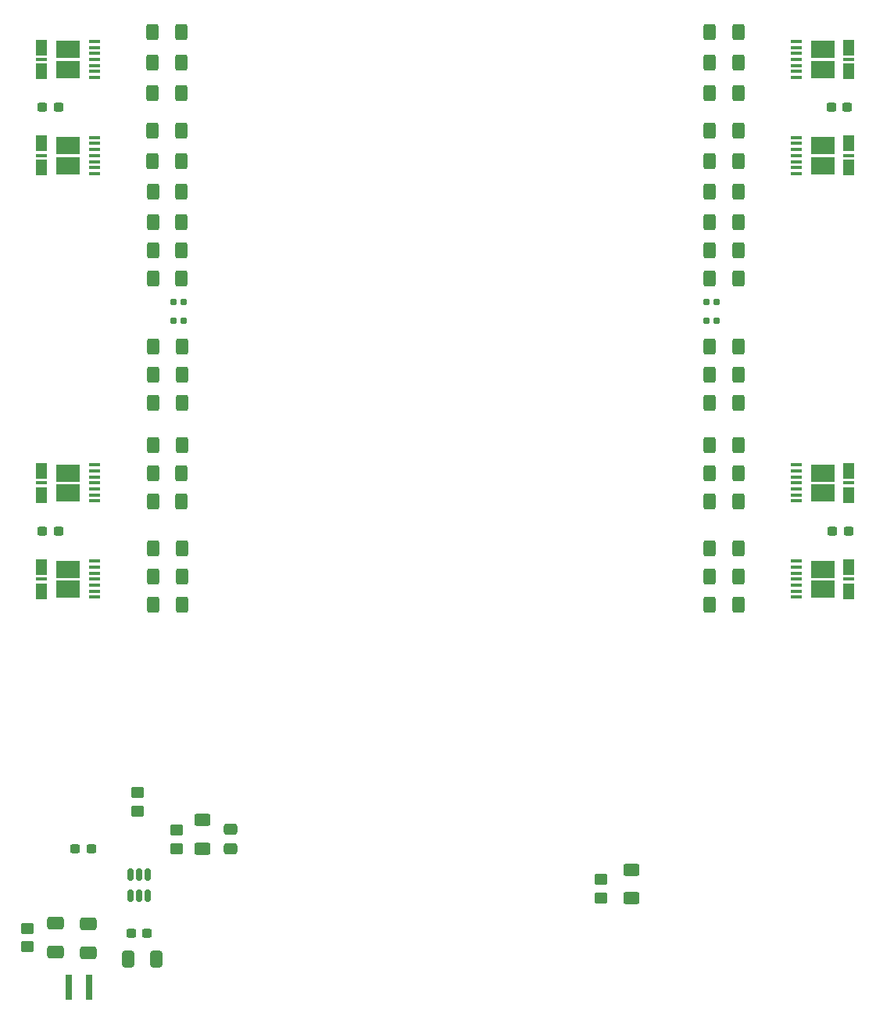
<source format=gbr>
%TF.GenerationSoftware,KiCad,Pcbnew,7.0.6*%
%TF.CreationDate,2023-07-10T17:04:03+08:00*%
%TF.ProjectId,rbc_circuits,7262635f-6369-4726-9375-6974732e6b69,1.0*%
%TF.SameCoordinates,Original*%
%TF.FileFunction,Paste,Top*%
%TF.FilePolarity,Positive*%
%FSLAX46Y46*%
G04 Gerber Fmt 4.6, Leading zero omitted, Abs format (unit mm)*
G04 Created by KiCad (PCBNEW 7.0.6) date 2023-07-10 17:04:03*
%MOMM*%
%LPD*%
G01*
G04 APERTURE LIST*
G04 Aperture macros list*
%AMRoundRect*
0 Rectangle with rounded corners*
0 $1 Rounding radius*
0 $2 $3 $4 $5 $6 $7 $8 $9 X,Y pos of 4 corners*
0 Add a 4 corners polygon primitive as box body*
4,1,4,$2,$3,$4,$5,$6,$7,$8,$9,$2,$3,0*
0 Add four circle primitives for the rounded corners*
1,1,$1+$1,$2,$3*
1,1,$1+$1,$4,$5*
1,1,$1+$1,$6,$7*
1,1,$1+$1,$8,$9*
0 Add four rect primitives between the rounded corners*
20,1,$1+$1,$2,$3,$4,$5,0*
20,1,$1+$1,$4,$5,$6,$7,0*
20,1,$1+$1,$6,$7,$8,$9,0*
20,1,$1+$1,$8,$9,$2,$3,0*%
G04 Aperture macros list end*
%ADD10RoundRect,0.250000X-0.450000X0.350000X-0.450000X-0.350000X0.450000X-0.350000X0.450000X0.350000X0*%
%ADD11R,2.650000X1.850000*%
%ADD12R,1.310000X0.450000*%
%ADD13R,1.310000X1.750000*%
%ADD14RoundRect,0.155000X-0.212500X-0.155000X0.212500X-0.155000X0.212500X0.155000X-0.212500X0.155000X0*%
%ADD15RoundRect,0.250000X0.412500X0.650000X-0.412500X0.650000X-0.412500X-0.650000X0.412500X-0.650000X0*%
%ADD16RoundRect,0.155000X0.212500X0.155000X-0.212500X0.155000X-0.212500X-0.155000X0.212500X-0.155000X0*%
%ADD17RoundRect,0.250000X0.450000X-0.350000X0.450000X0.350000X-0.450000X0.350000X-0.450000X-0.350000X0*%
%ADD18RoundRect,0.250000X0.400000X0.625000X-0.400000X0.625000X-0.400000X-0.625000X0.400000X-0.625000X0*%
%ADD19RoundRect,0.250000X-0.400000X-0.625000X0.400000X-0.625000X0.400000X0.625000X-0.400000X0.625000X0*%
%ADD20RoundRect,0.150000X0.150000X-0.512500X0.150000X0.512500X-0.150000X0.512500X-0.150000X-0.512500X0*%
%ADD21RoundRect,0.250000X-0.475000X0.337500X-0.475000X-0.337500X0.475000X-0.337500X0.475000X0.337500X0*%
%ADD22RoundRect,0.237500X0.300000X0.237500X-0.300000X0.237500X-0.300000X-0.237500X0.300000X-0.237500X0*%
%ADD23RoundRect,0.250000X0.650000X-0.412500X0.650000X0.412500X-0.650000X0.412500X-0.650000X-0.412500X0*%
%ADD24R,0.800000X2.700000*%
%ADD25RoundRect,0.237500X-0.300000X-0.237500X0.300000X-0.237500X0.300000X0.237500X-0.300000X0.237500X0*%
%ADD26RoundRect,0.250000X0.625000X-0.400000X0.625000X0.400000X-0.625000X0.400000X-0.625000X-0.400000X0*%
%ADD27RoundRect,0.250000X-0.625000X0.400000X-0.625000X-0.400000X0.625000X-0.400000X0.625000X0.400000X0*%
G04 APERTURE END LIST*
D10*
%TO.C,R1*%
X75234000Y-133227000D03*
X75234000Y-135227000D03*
%TD*%
D11*
%TO.C,IC7*%
X149461000Y-63199000D03*
X149461000Y-65349000D03*
D12*
X146611000Y-62324000D03*
X146611000Y-62974000D03*
X146611000Y-63624000D03*
X146616000Y-64274000D03*
X146611000Y-64924000D03*
X146611000Y-65574000D03*
X146611000Y-66224000D03*
X152311000Y-66224000D03*
D13*
X152311000Y-65574000D03*
D12*
X152311000Y-64924000D03*
X152311000Y-64274000D03*
X152311000Y-63624000D03*
D13*
X152311000Y-62974000D03*
D12*
X152311000Y-62324000D03*
%TD*%
D14*
%TO.C,C11*%
X136850500Y-80120000D03*
X137985500Y-80120000D03*
%TD*%
D15*
%TO.C,C1*%
X77304500Y-151229000D03*
X74179500Y-151229000D03*
%TD*%
D11*
%TO.C,IC8*%
X149461000Y-109049000D03*
X149461000Y-111199000D03*
D12*
X146611000Y-108174000D03*
X146611000Y-108824000D03*
X146611000Y-109474000D03*
X146616000Y-110124000D03*
X146611000Y-110774000D03*
X146611000Y-111424000D03*
X146611000Y-112074000D03*
X152311000Y-112074000D03*
D13*
X152311000Y-111424000D03*
D12*
X152311000Y-110774000D03*
X152311000Y-110124000D03*
X152311000Y-109474000D03*
D13*
X152311000Y-108824000D03*
D12*
X152311000Y-108174000D03*
%TD*%
D16*
%TO.C,C7*%
X80268000Y-80120000D03*
X79133000Y-80120000D03*
%TD*%
D17*
%TO.C,R4*%
X79506000Y-139291000D03*
X79506000Y-137291000D03*
%TD*%
D18*
%TO.C,R29*%
X140314000Y-71484000D03*
X137214000Y-71484000D03*
%TD*%
D16*
%TO.C,C8*%
X80268000Y-82152000D03*
X79133000Y-82152000D03*
%TD*%
D19*
%TO.C,R32*%
X137214000Y-54246000D03*
X140314000Y-54246000D03*
%TD*%
D18*
%TO.C,R30*%
X140314000Y-91042000D03*
X137214000Y-91042000D03*
%TD*%
D20*
%TO.C,U1*%
X74438000Y-144355500D03*
X75388000Y-144355500D03*
X76338000Y-144355500D03*
X76338000Y-142080500D03*
X75388000Y-142080500D03*
X74438000Y-142080500D03*
%TD*%
D19*
%TO.C,R37*%
X137214000Y-68182000D03*
X140314000Y-68182000D03*
%TD*%
D21*
%TO.C,C6*%
X85348000Y-137216000D03*
X85348000Y-139291000D03*
%TD*%
D19*
%TO.C,R11*%
X76914000Y-71484000D03*
X80014000Y-71484000D03*
%TD*%
%TO.C,R21*%
X76888000Y-57548000D03*
X79988000Y-57548000D03*
%TD*%
%TO.C,R23*%
X76914000Y-98700000D03*
X80014000Y-98700000D03*
%TD*%
D18*
%TO.C,R16*%
X80040000Y-106828000D03*
X76940000Y-106828000D03*
%TD*%
D10*
%TO.C,R5*%
X125480000Y-142620000D03*
X125480000Y-144620000D03*
%TD*%
D11*
%TO.C,IC2*%
X67715000Y-111199000D03*
X67715000Y-109049000D03*
D12*
X70565000Y-112074000D03*
X70565000Y-111424000D03*
X70565000Y-110774000D03*
X70560000Y-110124000D03*
X70565000Y-109474000D03*
X70565000Y-108824000D03*
X70565000Y-108174000D03*
X64865000Y-108174000D03*
D13*
X64865000Y-108824000D03*
D12*
X64865000Y-109474000D03*
X64865000Y-110124000D03*
X64865000Y-110774000D03*
D13*
X64865000Y-111424000D03*
D12*
X64865000Y-112074000D03*
%TD*%
D19*
%TO.C,R31*%
X137214000Y-57514000D03*
X140314000Y-57514000D03*
%TD*%
D14*
%TO.C,C12*%
X136850500Y-82152000D03*
X137985500Y-82152000D03*
%TD*%
D19*
%TO.C,R7*%
X76914000Y-77580000D03*
X80014000Y-77580000D03*
%TD*%
D11*
%TO.C,IC6*%
X149461000Y-98641000D03*
X149461000Y-100791000D03*
D12*
X146611000Y-97766000D03*
X146611000Y-98416000D03*
X146611000Y-99066000D03*
X146616000Y-99716000D03*
X146611000Y-100366000D03*
X146611000Y-101016000D03*
X146611000Y-101666000D03*
X152311000Y-101666000D03*
D13*
X152311000Y-101016000D03*
D12*
X152311000Y-100366000D03*
X152311000Y-99716000D03*
X152311000Y-99066000D03*
D13*
X152311000Y-98416000D03*
D12*
X152311000Y-97766000D03*
%TD*%
D18*
%TO.C,R18*%
X80040000Y-112924000D03*
X76940000Y-112924000D03*
%TD*%
D19*
%TO.C,R27*%
X137214000Y-74532000D03*
X140314000Y-74532000D03*
%TD*%
D22*
%TO.C,C9*%
X66652500Y-59070000D03*
X64927500Y-59070000D03*
%TD*%
D18*
%TO.C,R25*%
X140314000Y-77580000D03*
X137214000Y-77580000D03*
%TD*%
%TO.C,R38*%
X140314000Y-64880000D03*
X137214000Y-64880000D03*
%TD*%
D22*
%TO.C,C13*%
X152150000Y-59070000D03*
X150425000Y-59070000D03*
%TD*%
D11*
%TO.C,IC4*%
X67715000Y-100791000D03*
X67715000Y-98641000D03*
D12*
X70565000Y-101666000D03*
X70565000Y-101016000D03*
X70565000Y-100366000D03*
X70560000Y-99716000D03*
X70565000Y-99066000D03*
X70565000Y-98416000D03*
X70565000Y-97766000D03*
X64865000Y-97766000D03*
D13*
X64865000Y-98416000D03*
D12*
X64865000Y-99066000D03*
X64865000Y-99716000D03*
X64865000Y-100366000D03*
D13*
X64865000Y-101016000D03*
D12*
X64865000Y-101666000D03*
%TD*%
D11*
%TO.C,IC5*%
X149461000Y-52791000D03*
X149461000Y-54941000D03*
D12*
X146611000Y-51916000D03*
X146611000Y-52566000D03*
X146611000Y-53216000D03*
X146616000Y-53866000D03*
X146611000Y-54516000D03*
X146611000Y-55166000D03*
X146611000Y-55816000D03*
X152311000Y-55816000D03*
D13*
X152311000Y-55166000D03*
D12*
X152311000Y-54516000D03*
X152311000Y-53866000D03*
X152311000Y-53216000D03*
D13*
X152311000Y-52566000D03*
D12*
X152311000Y-51916000D03*
%TD*%
D19*
%TO.C,R20*%
X76888000Y-54246000D03*
X79988000Y-54246000D03*
%TD*%
%TO.C,R24*%
X76914000Y-101748000D03*
X80014000Y-101748000D03*
%TD*%
D18*
%TO.C,R19*%
X79962000Y-50944000D03*
X76862000Y-50944000D03*
%TD*%
D19*
%TO.C,R34*%
X137214000Y-101748000D03*
X140314000Y-101748000D03*
%TD*%
D18*
%TO.C,R42*%
X140314000Y-106828000D03*
X137214000Y-106828000D03*
%TD*%
D19*
%TO.C,R40*%
X137214000Y-112924000D03*
X140314000Y-112924000D03*
%TD*%
D18*
%TO.C,R17*%
X80040000Y-109876000D03*
X76940000Y-109876000D03*
%TD*%
%TO.C,R41*%
X140314000Y-109876000D03*
X137214000Y-109876000D03*
%TD*%
D19*
%TO.C,R33*%
X137214000Y-50910000D03*
X140314000Y-50910000D03*
%TD*%
D18*
%TO.C,R9*%
X80014000Y-74532000D03*
X76914000Y-74532000D03*
%TD*%
D19*
%TO.C,R28*%
X137214000Y-87994000D03*
X140314000Y-87994000D03*
%TD*%
%TO.C,R12*%
X76940000Y-91042000D03*
X80040000Y-91042000D03*
%TD*%
%TO.C,R8*%
X76940000Y-84946000D03*
X80040000Y-84946000D03*
%TD*%
D23*
%TO.C,C4*%
X69900000Y-150544000D03*
X69900000Y-147419000D03*
%TD*%
D22*
%TO.C,C2*%
X76288500Y-148435000D03*
X74563500Y-148435000D03*
%TD*%
D18*
%TO.C,R15*%
X80014000Y-68182000D03*
X76914000Y-68182000D03*
%TD*%
%TO.C,R14*%
X79988000Y-64914000D03*
X76888000Y-64914000D03*
%TD*%
%TO.C,R39*%
X140314000Y-61612000D03*
X137214000Y-61612000D03*
%TD*%
%TO.C,R13*%
X79988000Y-61612000D03*
X76888000Y-61612000D03*
%TD*%
D22*
%TO.C,C14*%
X152250500Y-104968000D03*
X150525500Y-104968000D03*
%TD*%
D23*
%TO.C,C5*%
X66344000Y-150505500D03*
X66344000Y-147380500D03*
%TD*%
D24*
%TO.C,L1*%
X69984000Y-154277000D03*
X67784000Y-154277000D03*
%TD*%
D18*
%TO.C,R22*%
X80040000Y-95652000D03*
X76940000Y-95652000D03*
%TD*%
D25*
%TO.C,C10*%
X64927500Y-104968000D03*
X66652500Y-104968000D03*
%TD*%
D26*
%TO.C,R6*%
X128782000Y-144662000D03*
X128782000Y-141562000D03*
%TD*%
D19*
%TO.C,R36*%
X137214000Y-95652000D03*
X140314000Y-95652000D03*
%TD*%
D11*
%TO.C,IC3*%
X67715000Y-54941000D03*
X67715000Y-52791000D03*
D12*
X70565000Y-55816000D03*
X70565000Y-55166000D03*
X70565000Y-54516000D03*
X70560000Y-53866000D03*
X70565000Y-53216000D03*
X70565000Y-52566000D03*
X70565000Y-51916000D03*
X64865000Y-51916000D03*
D13*
X64865000Y-52566000D03*
D12*
X64865000Y-53216000D03*
X64865000Y-53866000D03*
X64865000Y-54516000D03*
D13*
X64865000Y-55166000D03*
D12*
X64865000Y-55816000D03*
%TD*%
D18*
%TO.C,R26*%
X140314000Y-84946000D03*
X137214000Y-84946000D03*
%TD*%
D27*
%TO.C,R3*%
X82300000Y-136191000D03*
X82300000Y-139291000D03*
%TD*%
D19*
%TO.C,R35*%
X137214000Y-98700000D03*
X140314000Y-98700000D03*
%TD*%
D18*
%TO.C,R10*%
X80040000Y-87994000D03*
X76940000Y-87994000D03*
%TD*%
D11*
%TO.C,IC1*%
X67715000Y-65349000D03*
X67715000Y-63199000D03*
D12*
X70565000Y-66224000D03*
X70565000Y-65574000D03*
X70565000Y-64924000D03*
X70560000Y-64274000D03*
X70565000Y-63624000D03*
X70565000Y-62974000D03*
X70565000Y-62324000D03*
X64865000Y-62324000D03*
D13*
X64865000Y-62974000D03*
D12*
X64865000Y-63624000D03*
X64865000Y-64274000D03*
X64865000Y-64924000D03*
D13*
X64865000Y-65574000D03*
D12*
X64865000Y-66224000D03*
%TD*%
D22*
%TO.C,C3*%
X70208500Y-139302000D03*
X68483500Y-139302000D03*
%TD*%
D17*
%TO.C,R2*%
X63296000Y-149927000D03*
X63296000Y-147927000D03*
%TD*%
M02*

</source>
